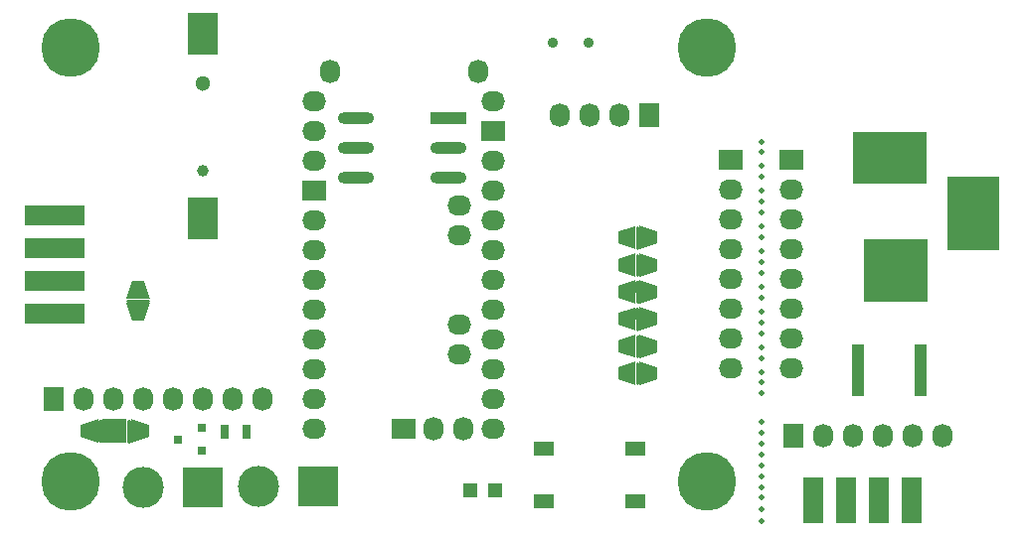
<source format=gbs>
G04 #@! TF.GenerationSoftware,KiCad,Pcbnew,(5.1.9-0-10_14)*
G04 #@! TF.CreationDate,2021-10-24T18:22:32-04:00*
G04 #@! TF.ProjectId,Arducon,41726475-636f-46e2-9e6b-696361645f70,rev?*
G04 #@! TF.SameCoordinates,Original*
G04 #@! TF.FileFunction,Soldermask,Bot*
G04 #@! TF.FilePolarity,Negative*
%FSLAX46Y46*%
G04 Gerber Fmt 4.6, Leading zero omitted, Abs format (unit mm)*
G04 Created by KiCad (PCBNEW (5.1.9-0-10_14)) date 2021-10-24 18:22:32*
%MOMM*%
%LPD*%
G01*
G04 APERTURE LIST*
%ADD10C,0.100000*%
%ADD11R,1.750000X1.300000*%
%ADD12R,1.198880X1.198880*%
%ADD13R,1.000000X4.500000*%
%ADD14O,2.032000X1.727200*%
%ADD15R,2.032000X1.727200*%
%ADD16O,1.727200X2.032000*%
%ADD17R,6.350000X4.500000*%
%ADD18R,4.500000X6.350000*%
%ADD19R,1.778000X4.000000*%
%ADD20C,1.300000*%
%ADD21C,1.000000*%
%ADD22R,2.600000X3.540000*%
%ADD23R,2.600000X3.660000*%
%ADD24R,1.727200X2.032000*%
%ADD25C,0.500000*%
%ADD26R,0.800100X0.800100*%
%ADD27R,3.100000X1.000000*%
%ADD28O,3.100000X1.000000*%
%ADD29C,5.000000*%
%ADD30R,5.080000X1.778000*%
%ADD31R,3.500120X3.500120*%
%ADD32C,3.500120*%
%ADD33C,0.150000*%
%ADD34R,2.032000X2.032000*%
%ADD35R,0.700000X1.300000*%
%ADD36C,0.900000*%
%ADD37C,0.254000*%
G04 APERTURE END LIST*
D10*
G36*
X166250000Y-106400000D02*
G01*
X166225000Y-111625000D01*
X160875000Y-111625000D01*
X160900000Y-106375000D01*
X166250000Y-106400000D01*
G37*
X166250000Y-106400000D02*
X166225000Y-111625000D01*
X160875000Y-111625000D01*
X160900000Y-106375000D01*
X166250000Y-106400000D01*
D11*
X133630000Y-128710000D03*
X141430000Y-128710000D03*
X141430000Y-124210000D03*
X133630000Y-124210000D03*
D12*
X129489020Y-127830000D03*
X127390980Y-127830000D03*
D13*
X160390000Y-117560000D03*
X165740000Y-117560000D03*
D14*
X126430000Y-113630000D03*
X126430000Y-116170000D03*
X126430000Y-106010000D03*
X126430000Y-103470000D03*
X129350000Y-122520000D03*
X129350000Y-119980000D03*
X114095100Y-122520000D03*
X114095100Y-119980000D03*
X129350000Y-117440000D03*
X129350000Y-114900000D03*
X129350000Y-112360000D03*
X129350000Y-109820000D03*
X129350000Y-107280000D03*
X129350000Y-104740000D03*
X129350000Y-102200000D03*
X129350000Y-99660000D03*
D15*
X129350000Y-97120000D03*
D14*
X129340000Y-94580000D03*
X114095100Y-117465400D03*
X114095100Y-114925400D03*
X114095100Y-112385400D03*
X114095100Y-109845400D03*
X114095100Y-107305400D03*
X114095100Y-104765400D03*
D15*
X114095100Y-102225400D03*
D14*
X114095100Y-99685400D03*
X114095100Y-97145400D03*
X114100000Y-94605400D03*
D16*
X128012850Y-92065150D03*
X115426850Y-92065150D03*
X126810000Y-122520000D03*
X124270000Y-122520000D03*
D15*
X121720000Y-122520000D03*
D17*
X163070000Y-99400000D03*
D18*
X170200000Y-104200000D03*
D19*
X156579999Y-128682999D03*
X159373999Y-128682999D03*
X162167999Y-128682999D03*
X164961999Y-128682999D03*
D20*
X104560000Y-93040000D03*
D21*
X104560000Y-100540000D03*
D22*
X104560000Y-88810000D03*
D23*
X104560000Y-104610000D03*
D16*
X167560000Y-123150000D03*
X165020000Y-123150000D03*
X162480000Y-123150000D03*
X159940000Y-123150000D03*
X157400000Y-123150000D03*
D24*
X154860000Y-123150000D03*
D25*
X152190000Y-130380000D03*
X152170000Y-129410000D03*
X152190000Y-128420000D03*
X152170000Y-127510000D03*
X152180000Y-126570000D03*
X152180000Y-125650000D03*
X152170000Y-124740000D03*
X152170000Y-123810000D03*
X152170000Y-122900000D03*
X152170000Y-121990000D03*
D26*
X102491780Y-123440000D03*
X104490760Y-124390000D03*
X104490760Y-122490000D03*
D27*
X125550000Y-96050000D03*
D28*
X117610000Y-96050000D03*
X125550000Y-98590000D03*
X117610000Y-98590000D03*
X125550000Y-101130000D03*
X117610000Y-101130000D03*
D29*
X93300000Y-127000000D03*
X147500000Y-127000000D03*
X147500000Y-90000000D03*
X93300000Y-90000000D03*
D25*
X152180000Y-98050000D03*
X152180000Y-98960000D03*
X152180000Y-100120000D03*
X152180000Y-101040000D03*
X152180000Y-102210000D03*
X152180000Y-103140000D03*
X152180000Y-104080000D03*
X152180000Y-105310000D03*
X152180000Y-106220000D03*
X152180000Y-107400000D03*
X152180000Y-108340000D03*
X152180000Y-109270000D03*
X152180000Y-110470000D03*
X152180000Y-111400000D03*
X152180000Y-112570000D03*
X152180000Y-117700000D03*
X152180000Y-113490000D03*
X152180000Y-114410000D03*
X152180000Y-115630000D03*
X152180000Y-116550000D03*
X152180000Y-118600000D03*
X152180000Y-119490000D03*
D30*
X91940000Y-112691000D03*
X91940000Y-109897000D03*
X91940000Y-107103000D03*
X91940000Y-104309000D03*
D31*
X104580000Y-127500000D03*
D32*
X99500000Y-127500000D03*
D33*
G36*
X98068000Y-111784000D02*
G01*
X100092000Y-111784000D01*
X99592000Y-113308000D01*
X98568000Y-113308000D01*
X98068000Y-111784000D01*
G37*
G36*
X100080570Y-111464570D02*
G01*
X98079430Y-111464570D01*
X98579430Y-109963430D01*
X99580570Y-109963430D01*
X100080570Y-111464570D01*
G37*
G36*
X141454570Y-105239430D02*
G01*
X141454570Y-107240570D01*
X139953430Y-106740570D01*
X139953430Y-105739430D01*
X141454570Y-105239430D01*
G37*
G36*
X141774000Y-107252000D02*
G01*
X141774000Y-105228000D01*
X143298000Y-105728000D01*
X143298000Y-106752000D01*
X141774000Y-107252000D01*
G37*
G36*
X141774000Y-109564000D02*
G01*
X141774000Y-107540000D01*
X143298000Y-108040000D01*
X143298000Y-109064000D01*
X141774000Y-109564000D01*
G37*
G36*
X141454570Y-107551430D02*
G01*
X141454570Y-109552570D01*
X139953430Y-109052570D01*
X139953430Y-108051430D01*
X141454570Y-107551430D01*
G37*
G36*
X141454570Y-109863430D02*
G01*
X141454570Y-111864570D01*
X139953430Y-111364570D01*
X139953430Y-110363430D01*
X141454570Y-109863430D01*
G37*
G36*
X141774000Y-111876000D02*
G01*
X141774000Y-109852000D01*
X143298000Y-110352000D01*
X143298000Y-111376000D01*
X141774000Y-111876000D01*
G37*
G36*
X141774000Y-114188000D02*
G01*
X141774000Y-112164000D01*
X143298000Y-112664000D01*
X143298000Y-113688000D01*
X141774000Y-114188000D01*
G37*
G36*
X141454570Y-112175430D02*
G01*
X141454570Y-114176570D01*
X139953430Y-113676570D01*
X139953430Y-112675430D01*
X141454570Y-112175430D01*
G37*
G36*
X141454570Y-114487430D02*
G01*
X141454570Y-116488570D01*
X139953430Y-115988570D01*
X139953430Y-114987430D01*
X141454570Y-114487430D01*
G37*
G36*
X141774000Y-116500000D02*
G01*
X141774000Y-114476000D01*
X143298000Y-114976000D01*
X143298000Y-116000000D01*
X141774000Y-116500000D01*
G37*
G36*
X141774000Y-118812000D02*
G01*
X141774000Y-116788000D01*
X143298000Y-117288000D01*
X143298000Y-118312000D01*
X141774000Y-118812000D01*
G37*
G36*
X141454570Y-116799430D02*
G01*
X141454570Y-118800570D01*
X139953430Y-118300570D01*
X139953430Y-117299430D01*
X141454570Y-116799430D01*
G37*
D15*
X149520000Y-99640000D03*
D14*
X149520000Y-102180000D03*
X149520000Y-104720000D03*
X149520000Y-107260000D03*
X149520000Y-109800000D03*
X149520000Y-112340000D03*
X149520000Y-114880000D03*
X149520000Y-117420000D03*
X154710000Y-117420000D03*
X154710000Y-114880000D03*
X154710000Y-112340000D03*
X154710000Y-109800000D03*
X154710000Y-107260000D03*
X154710000Y-104720000D03*
X154710000Y-102180000D03*
D15*
X154710000Y-99640000D03*
D31*
X114430000Y-127450000D03*
D32*
X109350000Y-127450000D03*
D33*
G36*
X98487000Y-123742000D02*
G01*
X98487000Y-121718000D01*
X100011000Y-122218000D01*
X100011000Y-123242000D01*
X98487000Y-123742000D01*
G37*
G36*
X95681570Y-121729430D02*
G01*
X95681570Y-123730570D01*
X94180430Y-123230570D01*
X94180430Y-122229430D01*
X95681570Y-121729430D01*
G37*
D34*
X97090000Y-122730000D03*
D35*
X106450000Y-122800000D03*
X108350000Y-122800000D03*
D36*
X137440000Y-89585000D03*
X134440000Y-89585000D03*
D24*
X142640000Y-95810000D03*
D16*
X140100000Y-95810000D03*
X137560000Y-95810000D03*
X135020000Y-95810000D03*
D24*
X91900000Y-120000000D03*
D16*
X94440000Y-120000000D03*
X96980000Y-120000000D03*
X99520000Y-120000000D03*
X102060000Y-120000000D03*
X104600000Y-120000000D03*
X107140000Y-120000000D03*
X109680000Y-120000000D03*
D37*
X95943000Y-123593000D02*
X95807000Y-123593000D01*
X95807000Y-121863785D01*
X95943000Y-121860298D01*
X95943000Y-123593000D01*
D33*
G36*
X95943000Y-123593000D02*
G01*
X95807000Y-123593000D01*
X95807000Y-121863785D01*
X95943000Y-121860298D01*
X95943000Y-123593000D01*
G37*
D37*
X98353000Y-123619521D02*
X98237000Y-123616386D01*
X98237000Y-121849965D01*
X98353000Y-121843860D01*
X98353000Y-123619521D01*
D33*
G36*
X98353000Y-123619521D02*
G01*
X98237000Y-123616386D01*
X98237000Y-121849965D01*
X98353000Y-121843860D01*
X98353000Y-123619521D01*
G37*
D37*
X99958969Y-111653000D02*
X98201163Y-111653000D01*
X98203292Y-111587000D01*
X99956907Y-111587000D01*
X99958969Y-111653000D01*
D33*
G36*
X99958969Y-111653000D02*
G01*
X98201163Y-111653000D01*
X98203292Y-111587000D01*
X99956907Y-111587000D01*
X99958969Y-111653000D01*
G37*
D37*
X141623631Y-107123000D02*
X141567639Y-107123000D01*
X141576464Y-105367000D01*
X141632367Y-105367000D01*
X141623631Y-107123000D01*
D33*
G36*
X141623631Y-107123000D02*
G01*
X141567639Y-107123000D01*
X141576464Y-105367000D01*
X141632367Y-105367000D01*
X141623631Y-107123000D01*
G37*
D37*
X141623567Y-109455820D02*
X141594908Y-109458890D01*
X141568555Y-107693242D01*
X141632346Y-107691184D01*
X141623567Y-109455820D01*
D33*
G36*
X141623567Y-109455820D02*
G01*
X141594908Y-109458890D01*
X141568555Y-107693242D01*
X141632346Y-107691184D01*
X141623567Y-109455820D01*
G37*
D37*
X141653000Y-111730251D02*
X141565647Y-111735389D01*
X141548051Y-109993316D01*
X141653000Y-109990479D01*
X141653000Y-111730251D01*
D33*
G36*
X141653000Y-111730251D02*
G01*
X141565647Y-111735389D01*
X141548051Y-109993316D01*
X141653000Y-109990479D01*
X141653000Y-111730251D01*
G37*
D37*
X141623634Y-114043000D02*
X141575090Y-114043000D01*
X141548846Y-112310887D01*
X141632321Y-112305502D01*
X141623634Y-114043000D01*
D33*
G36*
X141623634Y-114043000D02*
G01*
X141575090Y-114043000D01*
X141548846Y-112310887D01*
X141632321Y-112305502D01*
X141623634Y-114043000D01*
G37*
D37*
X141634250Y-116346868D02*
X141567670Y-116348948D01*
X141576404Y-114637000D01*
X141651698Y-114637000D01*
X141634250Y-116346868D01*
D33*
G36*
X141634250Y-116346868D02*
G01*
X141567670Y-116348948D01*
X141576404Y-114637000D01*
X141651698Y-114637000D01*
X141634250Y-116346868D01*
G37*
D37*
X141631730Y-118683000D02*
X141567000Y-118683000D01*
X141567000Y-116927000D01*
X141614257Y-116927000D01*
X141631730Y-118683000D01*
D33*
G36*
X141631730Y-118683000D02*
G01*
X141567000Y-118683000D01*
X141567000Y-116927000D01*
X141614257Y-116927000D01*
X141631730Y-118683000D01*
G37*
M02*

</source>
